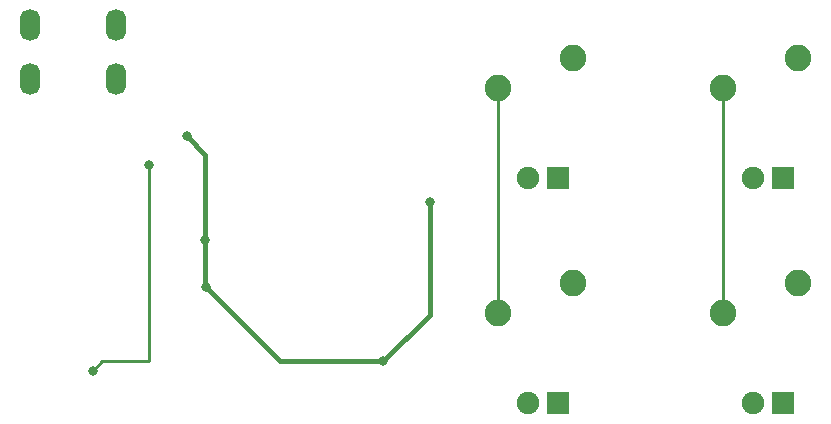
<source format=gtl>
G04 #@! TF.GenerationSoftware,KiCad,Pcbnew,(5.1.4)-1*
G04 #@! TF.CreationDate,2020-12-10T18:26:19-06:00*
G04 #@! TF.ProjectId,pcb-guide,7063622d-6775-4696-9465-2e6b69636164,rev?*
G04 #@! TF.SameCoordinates,Original*
G04 #@! TF.FileFunction,Copper,L1,Top*
G04 #@! TF.FilePolarity,Positive*
%FSLAX46Y46*%
G04 Gerber Fmt 4.6, Leading zero omitted, Abs format (unit mm)*
G04 Created by KiCad (PCBNEW (5.1.4)-1) date 2020-12-10 18:26:19*
%MOMM*%
%LPD*%
G04 APERTURE LIST*
%ADD10O,1.700000X2.700000*%
%ADD11R,1.905000X1.905000*%
%ADD12C,1.905000*%
%ADD13C,2.250000*%
%ADD14C,0.800000*%
%ADD15C,0.381000*%
%ADD16C,0.254000*%
G04 APERTURE END LIST*
D10*
X170881000Y-27178000D03*
X178181000Y-27178000D03*
X178181000Y-31678000D03*
X170881000Y-31678000D03*
D11*
X234632500Y-59118500D03*
D12*
X232092500Y-59118500D03*
D13*
X229552500Y-51498500D03*
X235902500Y-48958500D03*
D11*
X215582500Y-59118500D03*
D12*
X213042500Y-59118500D03*
D13*
X210502500Y-51498500D03*
X216852500Y-48958500D03*
D11*
X234632500Y-40068500D03*
D12*
X232092500Y-40068500D03*
D13*
X229552500Y-32448500D03*
X235902500Y-29908500D03*
D11*
X215582500Y-40068500D03*
D12*
X213042500Y-40068500D03*
D13*
X210502500Y-32448500D03*
X216852500Y-29908500D03*
D14*
X184150000Y-36576000D03*
X185737500Y-45307250D03*
X185762500Y-49301000D03*
X200818750Y-55626000D03*
X204787500Y-42132250D03*
X176212500Y-56419750D03*
X180975000Y-38957250D03*
X210502500Y-32448500D03*
X210502500Y-32448500D03*
X210502500Y-51498500D03*
X229552500Y-51498500D03*
D15*
X184150000Y-36576000D02*
X185737500Y-38163500D01*
X185737500Y-49276000D02*
X192087500Y-55626000D01*
X200818750Y-55626000D02*
X204787500Y-51657250D01*
X204787500Y-51657250D02*
X204787500Y-42132250D01*
X185737500Y-38163500D02*
X185737500Y-45307250D01*
X185737500Y-45307250D02*
X185737500Y-49276000D01*
X192087500Y-55626000D02*
X200818750Y-55626000D01*
D16*
X176212500Y-56419750D02*
X177006250Y-55626000D01*
X177006250Y-55626000D02*
X180975000Y-55626000D01*
X180975000Y-55626000D02*
X180975000Y-38957250D01*
X210502500Y-32448500D02*
X210502500Y-48728500D01*
X210502500Y-48728500D02*
X210502500Y-51498500D01*
X229552500Y-32448500D02*
X229552500Y-51498500D01*
M02*

</source>
